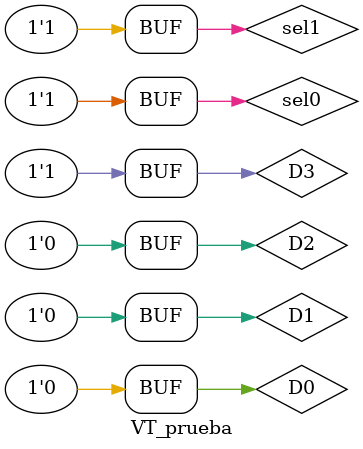
<source format=v>
`timescale 1ns / 1ps


module VT_prueba;

	// Inputs
	reg sel0;
	reg sel1;
	reg D0;
	reg D1;
	reg D2;
	reg D3;

	// Outputs
	wire sal;

	// Instantiate the Unit Under Test (UUT)
	VM_prueba uut (
		.sel0(sel0), 
		.sel1(sel1), 
		.D0(D0), 
		.D1(D1), 
		.D2(D2), 
		.D3(D3), 
		.sal(sal)
	);
//variable del FOR
//integer var;

	initial begin
		// Initialize Inputs
		sel0 = 0;
		sel1 = 0;
		D0 = 0;
		D1 = 0;
		D2 = 0;
		D3 = 0;
		#100;
		// Estados de Entradas c/100ms
		sel0 = 0;
		sel1 = 0;
		D0 = 1;
		D1 = 0;
		D2 = 0;
		D3 = 0;
		#100;
        
		sel0 = 1;
		sel1 = 0;
		D0 = 0;
		D1 = 1;
		D2 = 0;
		D3 = 0;
		#100;
		
		sel0 = 0;
		sel1 = 1;
		D0 = 0;
		D1 = 0;
		D2 = 1;
		D3 = 0;
		#100;
		
		sel0 = 1;
		sel1 = 1;
		D0 = 0;
		D1 = 0;
		D2 = 0;
		D3 = 1;
		#100;

//for para su uso asignando
 //  for (var = 0; var <= 64; var=var+1) begin
 //     sel0 = var[0];
 //		sel1 = var[1];
 //		D0 = var[2];
//		D1 = var[3];
//		D2 = var[4];
//		D3 = var[5];
//		#100;
//   end

	end
      
endmodule


</source>
